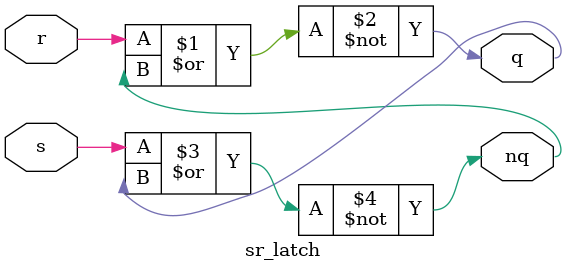
<source format=sv>
module sr_latch(
  input s, r,
  output q, nq
);

  nor g1(q, r, nq);
  nor g2(nq, s, q);

endmodule

</source>
